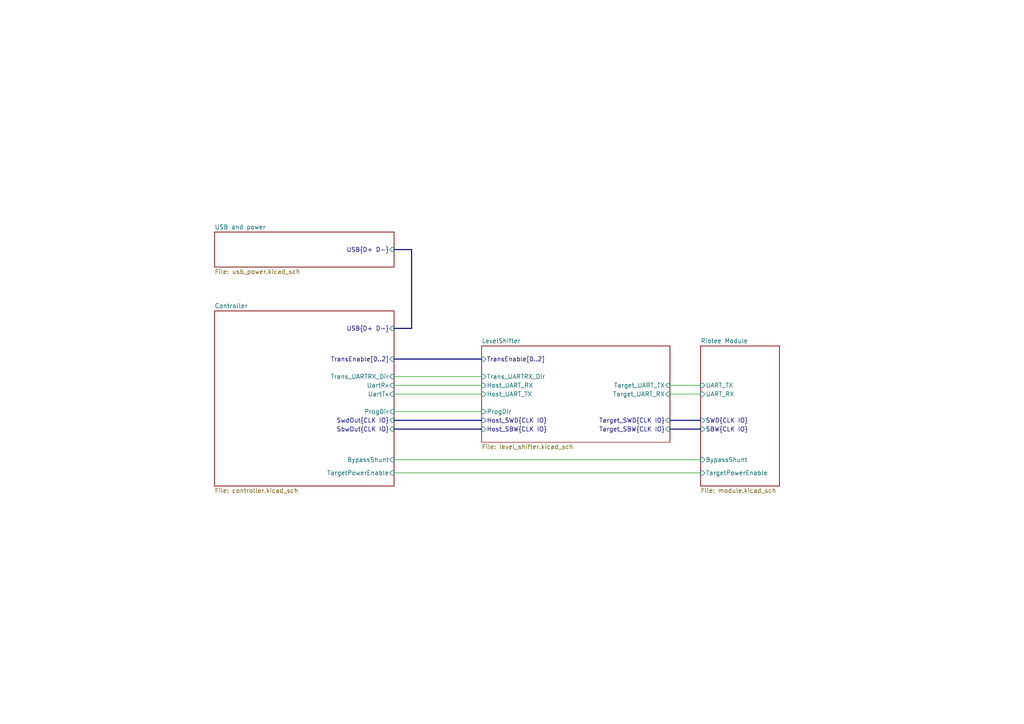
<source format=kicad_sch>
(kicad_sch
	(version 20231120)
	(generator "eeschema")
	(generator_version "8.0")
	(uuid "e235c9a3-080d-42b7-93df-883e69095a9f")
	(paper "A4")
	(lib_symbols)
	(wire
		(pts
			(xy 114.3 114.3) (xy 139.7 114.3)
		)
		(stroke
			(width 0)
			(type default)
		)
		(uuid "0ebf02e8-9161-49a0-8ac5-bceb044170a4")
	)
	(wire
		(pts
			(xy 114.3 137.16) (xy 203.2 137.16)
		)
		(stroke
			(width 0)
			(type default)
		)
		(uuid "30bf7430-8706-4cea-9504-ac33fc39af49")
	)
	(wire
		(pts
			(xy 194.31 111.76) (xy 203.2 111.76)
		)
		(stroke
			(width 0)
			(type default)
		)
		(uuid "31f6c1b7-eab1-4895-a313-ac4e40b4c9c4")
	)
	(bus
		(pts
			(xy 119.38 95.25) (xy 119.38 72.39)
		)
		(stroke
			(width 0)
			(type default)
		)
		(uuid "41ce65e8-75e2-4a08-a71c-4809add8de62")
	)
	(bus
		(pts
			(xy 119.38 72.39) (xy 114.3 72.39)
		)
		(stroke
			(width 0)
			(type default)
		)
		(uuid "44415d19-0909-4a1d-8ea2-d21b501fba7a")
	)
	(wire
		(pts
			(xy 114.3 133.35) (xy 203.2 133.35)
		)
		(stroke
			(width 0)
			(type default)
		)
		(uuid "47cf26fc-f121-4720-bf61-1382c37b8ef0")
	)
	(wire
		(pts
			(xy 194.31 114.3) (xy 203.2 114.3)
		)
		(stroke
			(width 0)
			(type default)
		)
		(uuid "651535e5-bd94-4ec9-9352-cfd6b0e1cb49")
	)
	(bus
		(pts
			(xy 114.3 124.46) (xy 139.7 124.46)
		)
		(stroke
			(width 0)
			(type default)
		)
		(uuid "6dd10c8f-92f0-4f1a-8c47-04c5fe0f381f")
	)
	(bus
		(pts
			(xy 194.31 121.92) (xy 203.2 121.92)
		)
		(stroke
			(width 0)
			(type default)
		)
		(uuid "721bd72c-8384-4cb1-a4d0-a138bf211509")
	)
	(bus
		(pts
			(xy 114.3 104.14) (xy 139.7 104.14)
		)
		(stroke
			(width 0)
			(type default)
		)
		(uuid "7c3610c7-2e45-463d-8335-f7d529e7219e")
	)
	(wire
		(pts
			(xy 114.3 109.22) (xy 139.7 109.22)
		)
		(stroke
			(width 0)
			(type default)
		)
		(uuid "825303a3-f626-4a78-8cfb-d7b0ab395664")
	)
	(bus
		(pts
			(xy 114.3 121.92) (xy 139.7 121.92)
		)
		(stroke
			(width 0)
			(type default)
		)
		(uuid "b9dc43e0-e994-4e9a-9b2a-b6dcd218bf9a")
	)
	(wire
		(pts
			(xy 114.3 119.38) (xy 139.7 119.38)
		)
		(stroke
			(width 0)
			(type default)
		)
		(uuid "baa874b5-3fb7-4b94-af7a-6da40f78b791")
	)
	(bus
		(pts
			(xy 194.31 124.46) (xy 203.2 124.46)
		)
		(stroke
			(width 0)
			(type default)
		)
		(uuid "bbc35570-77c5-4e6b-a7db-cb9dff702483")
	)
	(bus
		(pts
			(xy 114.3 95.25) (xy 119.38 95.25)
		)
		(stroke
			(width 0)
			(type default)
		)
		(uuid "d15f1307-1104-4d9f-970f-e89b496934d9")
	)
	(wire
		(pts
			(xy 114.3 111.76) (xy 139.7 111.76)
		)
		(stroke
			(width 0)
			(type default)
		)
		(uuid "f83c963e-ddce-4d20-8b76-cefaf8d3fe68")
	)
	(sheet
		(at 62.23 90.17)
		(size 52.07 50.8)
		(fields_autoplaced yes)
		(stroke
			(width 0.1524)
			(type solid)
		)
		(fill
			(color 0 0 0 0.0000)
		)
		(uuid "18809e2e-ebce-4ed3-a8da-870def2a1f06")
		(property "Sheetname" "Controller"
			(at 62.23 89.4584 0)
			(effects
				(font
					(size 1.27 1.27)
				)
				(justify left bottom)
			)
		)
		(property "Sheetfile" "controller.kicad_sch"
			(at 62.23 141.5546 0)
			(effects
				(font
					(size 1.27 1.27)
				)
				(justify left top)
			)
		)
		(pin "USB{D+ D-}" input
			(at 114.3 95.25 0)
			(effects
				(font
					(size 1.27 1.27)
				)
				(justify right)
			)
			(uuid "fbc04c79-8054-46b6-bc4a-64c515d1b969")
		)
		(pin "SwdOut{CLK IO}" input
			(at 114.3 121.92 0)
			(effects
				(font
					(size 1.27 1.27)
				)
				(justify right)
			)
			(uuid "2f4884ea-7e9f-4a26-bc81-c0c8eb121c1e")
		)
		(pin "SbwOut{CLK IO}" input
			(at 114.3 124.46 0)
			(effects
				(font
					(size 1.27 1.27)
				)
				(justify right)
			)
			(uuid "fcfc7297-7ce6-4299-ab64-579094668eed")
		)
		(pin "UartRx" input
			(at 114.3 111.76 0)
			(effects
				(font
					(size 1.27 1.27)
				)
				(justify right)
			)
			(uuid "72af2941-d59d-4cb8-a235-51588e96b0a2")
		)
		(pin "TargetPowerEnable" input
			(at 114.3 137.16 0)
			(effects
				(font
					(size 1.27 1.27)
				)
				(justify right)
			)
			(uuid "b4731082-73be-409c-9f08-73472340e915")
		)
		(pin "BypassShunt" input
			(at 114.3 133.35 0)
			(effects
				(font
					(size 1.27 1.27)
				)
				(justify right)
			)
			(uuid "c5300b22-5310-4c78-ab93-8da4c4f9ff11")
		)
		(pin "TransEnable[0..2]" input
			(at 114.3 104.14 0)
			(effects
				(font
					(size 1.27 1.27)
				)
				(justify right)
			)
			(uuid "a23b4b80-2195-4a20-af33-0625d9acd3a9")
		)
		(pin "UartTx" input
			(at 114.3 114.3 0)
			(effects
				(font
					(size 1.27 1.27)
				)
				(justify right)
			)
			(uuid "496abfa1-ad80-49a5-bc0c-a3b1142cce0a")
		)
		(pin "Trans_UARTRX_Dir" input
			(at 114.3 109.22 0)
			(effects
				(font
					(size 1.27 1.27)
				)
				(justify right)
			)
			(uuid "4055cc41-3577-4085-8266-6dd6432970c5")
		)
		(pin "ProgDir" input
			(at 114.3 119.38 0)
			(effects
				(font
					(size 1.27 1.27)
				)
				(justify right)
			)
			(uuid "1ca6492d-3088-47b1-be2d-44d69e50b0f6")
		)
		(instances
			(project "riotee-board"
				(path "/e235c9a3-080d-42b7-93df-883e69095a9f"
					(page "2")
				)
			)
		)
	)
	(sheet
		(at 203.2 100.33)
		(size 22.86 40.64)
		(fields_autoplaced yes)
		(stroke
			(width 0.1524)
			(type solid)
		)
		(fill
			(color 0 0 0 0.0000)
		)
		(uuid "1e27cf53-0710-4019-b3d0-1fa374a39b5a")
		(property "Sheetname" "Riotee Module"
			(at 203.2 99.6184 0)
			(effects
				(font
					(size 1.27 1.27)
				)
				(justify left bottom)
			)
		)
		(property "Sheetfile" "module.kicad_sch"
			(at 203.2 141.5546 0)
			(effects
				(font
					(size 1.27 1.27)
				)
				(justify left top)
			)
		)
		(pin "UART_TX" input
			(at 203.2 111.76 180)
			(effects
				(font
					(size 1.27 1.27)
				)
				(justify left)
			)
			(uuid "2b2f50c2-c909-4abd-a444-3b59dd4cada6")
		)
		(pin "SBW{CLK IO}" input
			(at 203.2 124.46 180)
			(effects
				(font
					(size 1.27 1.27)
				)
				(justify left)
			)
			(uuid "9ce01cfd-942b-4970-bdfb-cb9dcbdc41cf")
		)
		(pin "SWD{CLK IO}" input
			(at 203.2 121.92 180)
			(effects
				(font
					(size 1.27 1.27)
				)
				(justify left)
			)
			(uuid "5b555ecb-ee05-4238-b4ff-200e8fa943f2")
		)
		(pin "BypassShunt" input
			(at 203.2 133.35 180)
			(effects
				(font
					(size 1.27 1.27)
				)
				(justify left)
			)
			(uuid "7cc44fe2-ae25-4797-9ab6-b62b10fb0c8e")
		)
		(pin "UART_RX" input
			(at 203.2 114.3 180)
			(effects
				(font
					(size 1.27 1.27)
				)
				(justify left)
			)
			(uuid "652b397e-32d0-4161-8e53-e281a1b9a62a")
		)
		(pin "TargetPowerEnable" input
			(at 203.2 137.16 180)
			(effects
				(font
					(size 1.27 1.27)
				)
				(justify left)
			)
			(uuid "f92bdb3b-e695-4161-92af-9417eafb473e")
		)
		(instances
			(project "riotee-board"
				(path "/e235c9a3-080d-42b7-93df-883e69095a9f"
					(page "5")
				)
			)
		)
	)
	(sheet
		(at 139.7 100.33)
		(size 54.61 27.94)
		(fields_autoplaced yes)
		(stroke
			(width 0.1524)
			(type solid)
		)
		(fill
			(color 0 0 0 0.0000)
		)
		(uuid "b3221ac8-3cdb-488c-af34-73439eb346a0")
		(property "Sheetname" "LevelShifter"
			(at 139.7 99.6184 0)
			(effects
				(font
					(size 1.27 1.27)
				)
				(justify left bottom)
			)
		)
		(property "Sheetfile" "level_shifter.kicad_sch"
			(at 139.7 128.8546 0)
			(effects
				(font
					(size 1.27 1.27)
				)
				(justify left top)
			)
		)
		(pin "Target_UART_TX" input
			(at 194.31 111.76 0)
			(effects
				(font
					(size 1.27 1.27)
				)
				(justify right)
			)
			(uuid "157c841c-3ca7-42a5-aaa5-00ee11bad37b")
		)
		(pin "Host_UART_RX" input
			(at 139.7 111.76 180)
			(effects
				(font
					(size 1.27 1.27)
				)
				(justify left)
			)
			(uuid "54f8ef26-3d59-4bf3-bb62-e9035a9cfa22")
		)
		(pin "Host_SWD{CLK IO}" input
			(at 139.7 121.92 180)
			(effects
				(font
					(size 1.27 1.27)
				)
				(justify left)
			)
			(uuid "ccdc3cf9-9e90-4c66-a9c9-048b6f57852c")
		)
		(pin "Host_SBW{CLK IO}" input
			(at 139.7 124.46 180)
			(effects
				(font
					(size 1.27 1.27)
				)
				(justify left)
			)
			(uuid "a124097b-154f-4336-a429-c325dadf0ed6")
		)
		(pin "Target_SBW{CLK IO}" input
			(at 194.31 124.46 0)
			(effects
				(font
					(size 1.27 1.27)
				)
				(justify right)
			)
			(uuid "84246aaf-0981-4a9f-b8d4-b904101e7efb")
		)
		(pin "Target_SWD{CLK IO}" input
			(at 194.31 121.92 0)
			(effects
				(font
					(size 1.27 1.27)
				)
				(justify right)
			)
			(uuid "8c83f0da-0ac2-4445-8839-3117d0eaadc1")
		)
		(pin "TransEnable[0..2]" input
			(at 139.7 104.14 180)
			(effects
				(font
					(size 1.27 1.27)
				)
				(justify left)
			)
			(uuid "488d7c21-eb47-4031-afd8-8a86ec38bc67")
		)
		(pin "Host_UART_TX" input
			(at 139.7 114.3 180)
			(effects
				(font
					(size 1.27 1.27)
				)
				(justify left)
			)
			(uuid "4f25f6ed-448d-4fb5-b047-e9068e65f301")
		)
		(pin "Target_UART_RX" input
			(at 194.31 114.3 0)
			(effects
				(font
					(size 1.27 1.27)
				)
				(justify right)
			)
			(uuid "46d4060a-7837-4b66-bebf-71ba96c0c309")
		)
		(pin "ProgDir" input
			(at 139.7 119.38 180)
			(effects
				(font
					(size 1.27 1.27)
				)
				(justify left)
			)
			(uuid "456de5e3-7a3e-4c71-8c7e-bd0e6db67269")
		)
		(pin "Trans_UARTRX_Dir" input
			(at 139.7 109.22 180)
			(effects
				(font
					(size 1.27 1.27)
				)
				(justify left)
			)
			(uuid "b736e195-cf14-4ad1-899e-9f5a931083e3")
		)
		(instances
			(project "riotee-board"
				(path "/e235c9a3-080d-42b7-93df-883e69095a9f"
					(page "3")
				)
			)
		)
	)
	(sheet
		(at 62.23 67.31)
		(size 52.07 10.16)
		(fields_autoplaced yes)
		(stroke
			(width 0.1524)
			(type solid)
		)
		(fill
			(color 0 0 0 0.0000)
		)
		(uuid "f12ec016-e798-4082-9926-8503372195ab")
		(property "Sheetname" "USB and power"
			(at 62.23 66.5984 0)
			(effects
				(font
					(size 1.27 1.27)
				)
				(justify left bottom)
			)
		)
		(property "Sheetfile" "usb_power.kicad_sch"
			(at 62.23 78.0546 0)
			(effects
				(font
					(size 1.27 1.27)
				)
				(justify left top)
			)
		)
		(pin "USB{D+ D-}" input
			(at 114.3 72.39 0)
			(effects
				(font
					(size 1.27 1.27)
				)
				(justify right)
			)
			(uuid "401ea1a6-0c42-4eb8-9f94-fff9f1743512")
		)
		(instances
			(project "riotee-board"
				(path "/e235c9a3-080d-42b7-93df-883e69095a9f"
					(page "4")
				)
			)
		)
	)
	(sheet_instances
		(path "/"
			(page "1")
		)
	)
)
</source>
